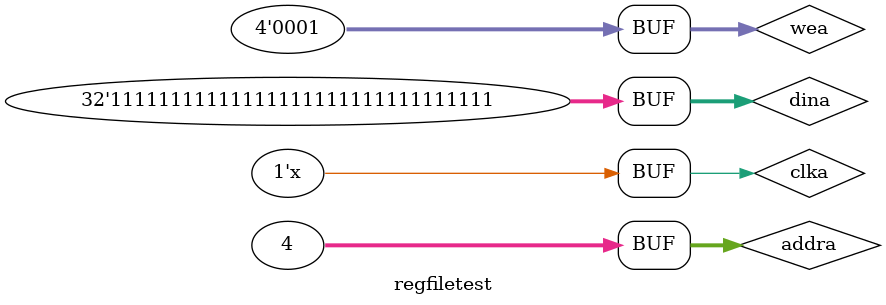
<source format=v>
`timescale 1ns / 1ps


module regfiletest;

	// Inputs
	reg clka;
	reg [3:0] wea;
	reg [31:0] addra;
	reg [31:0] dina;

	// Outputs
	wire [31:0] douta;

	// Instantiate the Unit Under Test (UUT)
	register_file uut (
		.clka(clka), 
		.wea(wea), 
		.addra(addra), 
		.dina(dina), 
		.douta(douta)
	);

	initial begin
		clka = 0;
		wea = 4'b0001;
		addra =32'b00000000000000000000000000000010;
		dina = 32'b00000000000000000000000000000100;
		#2;
		addra=32'b00000000000000000000000000000100;
		dina=123;
		#2;
		addra=4;
		dina=32'b11111111111111111111111111111111;
		
		
		#100;
        
		// Add stimulus here

	end
	
always
begin
#1; clka = ~clka;
end
      
endmodule


</source>
